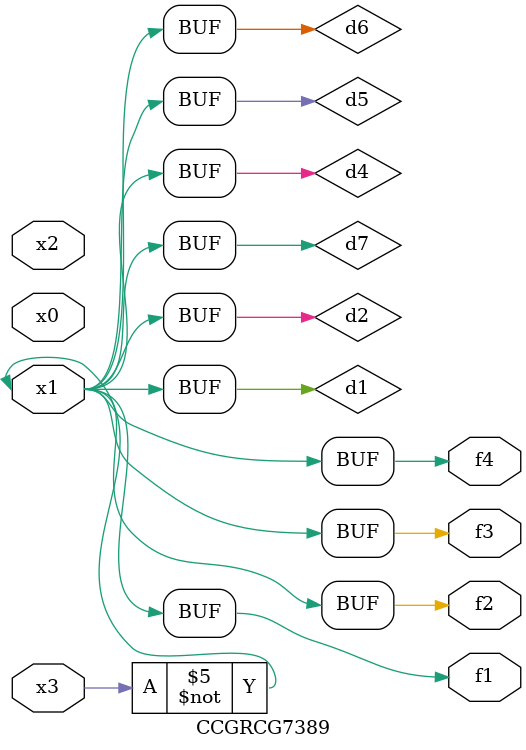
<source format=v>
module CCGRCG7389(
	input x0, x1, x2, x3,
	output f1, f2, f3, f4
);

	wire d1, d2, d3, d4, d5, d6, d7;

	not (d1, x3);
	buf (d2, x1);
	xnor (d3, d1, d2);
	nor (d4, d1);
	buf (d5, d1, d2);
	buf (d6, d4, d5);
	nand (d7, d4);
	assign f1 = d6;
	assign f2 = d7;
	assign f3 = d6;
	assign f4 = d6;
endmodule

</source>
